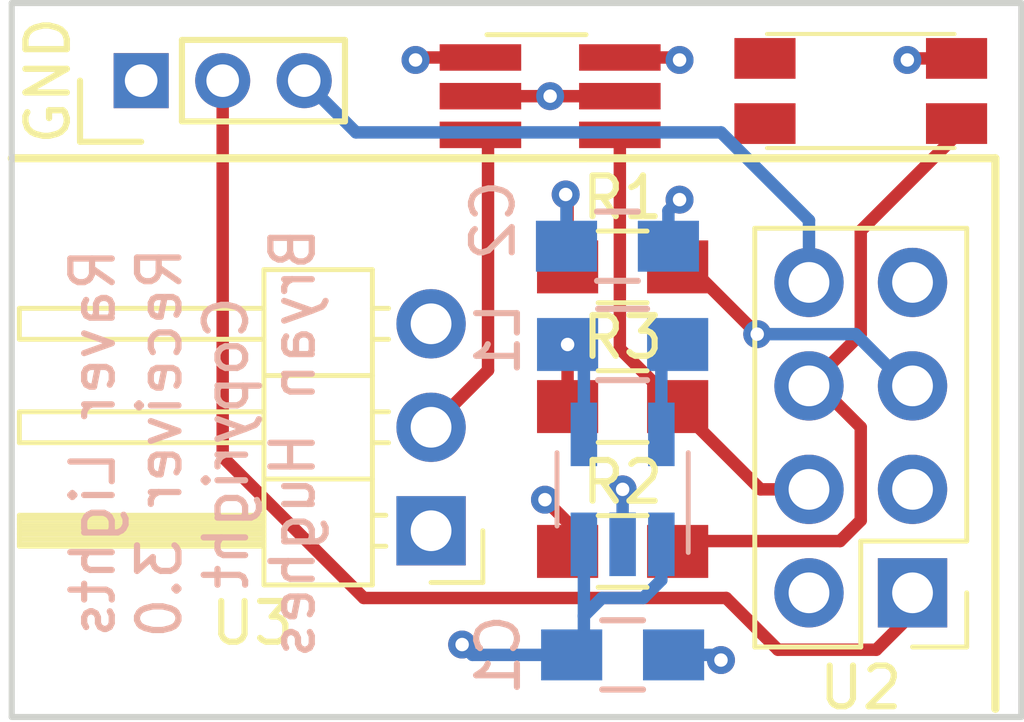
<source format=kicad_pcb>
(kicad_pcb (version 4) (host pcbnew 4.0.7)

  (general
    (links 29)
    (no_connects 0)
    (area 124.8026 116.600409 152.475001 155.015001)
    (thickness 1.6)
    (drawings 8)
    (tracks 78)
    (zones 0)
    (modules 12)
    (nets 11)
  )

  (page A4)
  (layers
    (0 F.Cu signal)
    (1 Ground.Plane power hide)
    (2 Power.Plane power hide)
    (31 B.Cu signal)
    (32 B.Adhes user)
    (33 F.Adhes user)
    (34 B.Paste user)
    (35 F.Paste user)
    (36 B.SilkS user)
    (37 F.SilkS user)
    (38 B.Mask user)
    (39 F.Mask user)
    (40 Dwgs.User user)
    (41 Cmts.User user)
    (42 Eco1.User user)
    (43 Eco2.User user)
    (44 Edge.Cuts user)
    (45 Margin user)
    (46 B.CrtYd user)
    (47 F.CrtYd user)
    (48 B.Fab user)
    (49 F.Fab user hide)
  )

  (setup
    (last_trace_width 0.3048)
    (user_trace_width 0.1524)
    (user_trace_width 0.3048)
    (user_trace_width 0.6096)
    (user_trace_width 1.2192)
    (trace_clearance 0.1524)
    (zone_clearance 0.508)
    (zone_45_only no)
    (trace_min 0.1524)
    (segment_width 0.2)
    (edge_width 0.15)
    (via_size 0.6858)
    (via_drill 0.3302)
    (via_min_size 0.6858)
    (via_min_drill 0.3302)
    (user_via 0.889 0.381)
    (user_via 1.524 0.762)
    (uvia_size 0.762)
    (uvia_drill 0.508)
    (uvias_allowed no)
    (uvia_min_size 0)
    (uvia_min_drill 0)
    (pcb_text_width 0.3)
    (pcb_text_size 1.016 1.016)
    (mod_edge_width 0.15)
    (mod_text_size 1 1)
    (mod_text_width 0.15)
    (pad_size 1.524 1.524)
    (pad_drill 0.762)
    (pad_to_mask_clearance 0.2)
    (aux_axis_origin 0 0)
    (visible_elements FFFFFF7F)
    (pcbplotparams
      (layerselection 0x000f0_80000001)
      (usegerberextensions false)
      (excludeedgelayer true)
      (linewidth 0.100000)
      (plotframeref false)
      (viasonmask false)
      (mode 1)
      (useauxorigin false)
      (hpglpennumber 1)
      (hpglpenspeed 20)
      (hpglpendiameter 15)
      (hpglpenoverlay 2)
      (psnegative false)
      (psa4output false)
      (plotreference true)
      (plotvalue true)
      (plotinvisibletext false)
      (padsonsilk false)
      (subtractmaskfromsilk false)
      (outputformat 1)
      (mirror false)
      (drillshape 0)
      (scaleselection 1)
      (outputdirectory ""))
  )

  (net 0 "")
  (net 1 "Net-(L1-Pad1)")
  (net 2 +5V)
  (net 3 GND)
  (net 4 VCC)
  (net 5 "Net-(P4-Pad2)")
  (net 6 "Net-(P4-Pad3)")
  (net 7 "Net-(R1-Pad2)")
  (net 8 "Net-(R2-Pad2)")
  (net 9 "Net-(R3-Pad2)")
  (net 10 "Net-(U3-Pad2)")

  (net_class Default "This is the default net class."
    (clearance 0.1524)
    (trace_width 0.1524)
    (via_dia 0.6858)
    (via_drill 0.3302)
    (uvia_dia 0.762)
    (uvia_drill 0.508)
    (add_net +5V)
    (add_net GND)
    (add_net "Net-(L1-Pad1)")
    (add_net "Net-(P4-Pad2)")
    (add_net "Net-(P4-Pad3)")
    (add_net "Net-(R1-Pad2)")
    (add_net "Net-(R2-Pad2)")
    (add_net "Net-(R3-Pad2)")
    (add_net "Net-(U3-Pad2)")
    (add_net VCC)
  )

  (module Capacitors_SMD:C_0805_HandSoldering (layer B.Cu) (tedit 5AF7DF4F) (tstamp 584F7551)
    (at 142.621 146.177)
    (descr "Capacitor SMD 0805, hand soldering")
    (tags "capacitor 0805")
    (path /57A0E3BE)
    (attr smd)
    (fp_text reference C1 (at -3.048 0 90) (layer B.SilkS)
      (effects (font (size 1 1) (thickness 0.15)) (justify mirror))
    )
    (fp_text value 4.7uF (at -8.255 -0.635) (layer B.Fab) hide
      (effects (font (size 1 1) (thickness 0.15)) (justify mirror))
    )
    (fp_line (start -1 -0.625) (end -1 0.625) (layer B.Fab) (width 0.15))
    (fp_line (start 1 -0.625) (end -1 -0.625) (layer B.Fab) (width 0.15))
    (fp_line (start 1 0.625) (end 1 -0.625) (layer B.Fab) (width 0.15))
    (fp_line (start -1 0.625) (end 1 0.625) (layer B.Fab) (width 0.15))
    (fp_line (start -2.3 1) (end 2.3 1) (layer B.CrtYd) (width 0.05))
    (fp_line (start -2.3 -1) (end 2.3 -1) (layer B.CrtYd) (width 0.05))
    (fp_line (start -2.3 1) (end -2.3 -1) (layer B.CrtYd) (width 0.05))
    (fp_line (start 2.3 1) (end 2.3 -1) (layer B.CrtYd) (width 0.05))
    (fp_line (start 0.5 0.85) (end -0.5 0.85) (layer B.SilkS) (width 0.15))
    (fp_line (start -0.5 -0.85) (end 0.5 -0.85) (layer B.SilkS) (width 0.15))
    (pad 1 smd rect (at -1.25 0) (size 1.5 1.25) (layers B.Cu B.Paste B.Mask)
      (net 2 +5V))
    (pad 2 smd rect (at 1.25 0) (size 1.5 1.25) (layers B.Cu B.Paste B.Mask)
      (net 3 GND))
    (model Capacitors_SMD.3dshapes/C_0805_HandSoldering.wrl
      (at (xyz 0 0 0))
      (scale (xyz 1 1 1))
      (rotate (xyz 0 0 0))
    )
  )

  (module Capacitors_SMD:C_0805_HandSoldering (layer B.Cu) (tedit 5AF7DF59) (tstamp 584F7561)
    (at 142.494 136.144)
    (descr "Capacitor SMD 0805, hand soldering")
    (tags "capacitor 0805")
    (path /57A0E396)
    (attr smd)
    (fp_text reference C2 (at -3.048 -0.635 90) (layer B.SilkS)
      (effects (font (size 1 1) (thickness 0.15)) (justify mirror))
    )
    (fp_text value 10uF (at -1.27 -4.445) (layer B.Fab) hide
      (effects (font (size 1 1) (thickness 0.15)) (justify mirror))
    )
    (fp_line (start -1 -0.625) (end -1 0.625) (layer B.Fab) (width 0.15))
    (fp_line (start 1 -0.625) (end -1 -0.625) (layer B.Fab) (width 0.15))
    (fp_line (start 1 0.625) (end 1 -0.625) (layer B.Fab) (width 0.15))
    (fp_line (start -1 0.625) (end 1 0.625) (layer B.Fab) (width 0.15))
    (fp_line (start -2.3 1) (end 2.3 1) (layer B.CrtYd) (width 0.05))
    (fp_line (start -2.3 -1) (end 2.3 -1) (layer B.CrtYd) (width 0.05))
    (fp_line (start -2.3 1) (end -2.3 -1) (layer B.CrtYd) (width 0.05))
    (fp_line (start 2.3 1) (end 2.3 -1) (layer B.CrtYd) (width 0.05))
    (fp_line (start 0.5 0.85) (end -0.5 0.85) (layer B.SilkS) (width 0.15))
    (fp_line (start -0.5 -0.85) (end 0.5 -0.85) (layer B.SilkS) (width 0.15))
    (pad 1 smd rect (at -1.25 0) (size 1.5 1.25) (layers B.Cu B.Paste B.Mask)
      (net 4 VCC))
    (pad 2 smd rect (at 1.25 0) (size 1.5 1.25) (layers B.Cu B.Paste B.Mask)
      (net 3 GND))
    (model Capacitors_SMD.3dshapes/C_0805_HandSoldering.wrl
      (at (xyz 0 0 0))
      (scale (xyz 1 1 1))
      (rotate (xyz 0 0 0))
    )
  )

  (module Resistors_SMD:R_0805_HandSoldering (layer B.Cu) (tedit 5AF7DF5C) (tstamp 584F7571)
    (at 142.621 138.557 180)
    (descr "Resistor SMD 0805, hand soldering")
    (tags "resistor 0805")
    (path /57A0E1B1)
    (attr smd)
    (fp_text reference L1 (at 3.048 0.127 270) (layer B.SilkS)
      (effects (font (size 1 1) (thickness 0.15)) (justify mirror))
    )
    (fp_text value 2.2uH (at 7.62 0.635 180) (layer B.Fab) hide
      (effects (font (size 1 1) (thickness 0.15)) (justify mirror))
    )
    (fp_line (start -1 -0.625) (end -1 0.625) (layer B.Fab) (width 0.1))
    (fp_line (start 1 -0.625) (end -1 -0.625) (layer B.Fab) (width 0.1))
    (fp_line (start 1 0.625) (end 1 -0.625) (layer B.Fab) (width 0.1))
    (fp_line (start -1 0.625) (end 1 0.625) (layer B.Fab) (width 0.1))
    (fp_line (start -2.4 1) (end 2.4 1) (layer B.CrtYd) (width 0.05))
    (fp_line (start -2.4 -1) (end 2.4 -1) (layer B.CrtYd) (width 0.05))
    (fp_line (start -2.4 1) (end -2.4 -1) (layer B.CrtYd) (width 0.05))
    (fp_line (start 2.4 1) (end 2.4 -1) (layer B.CrtYd) (width 0.05))
    (fp_line (start 0.6 -0.875) (end -0.6 -0.875) (layer B.SilkS) (width 0.15))
    (fp_line (start -0.6 0.875) (end 0.6 0.875) (layer B.SilkS) (width 0.15))
    (pad 1 smd rect (at -1.35 0 180) (size 1.5 1.3) (layers B.Cu B.Paste B.Mask)
      (net 1 "Net-(L1-Pad1)"))
    (pad 2 smd rect (at 1.35 0 180) (size 1.5 1.3) (layers B.Cu B.Paste B.Mask)
      (net 4 VCC))
    (model Resistors_SMD.3dshapes/R_0805_HandSoldering.wrl
      (at (xyz 0 0 0))
      (scale (xyz 1 1 1))
      (rotate (xyz 0 0 0))
    )
  )

  (module Pin_Headers:Pin_Header_Straight_1x03_Pitch2.00mm (layer F.Cu) (tedit 58535BB3) (tstamp 58505AD4)
    (at 130.81 132.08 90)
    (descr "Through hole pin header, 1x03, 2.00mm pitch, single row")
    (tags "pin header single row")
    (path /584F7038)
    (fp_text reference P4 (at 14.351 -5.08 90) (layer F.SilkS) hide
      (effects (font (size 1 1) (thickness 0.15)))
    )
    (fp_text value SERIAL (at -10.16 -4.445 90) (layer F.Fab) hide
      (effects (font (size 1 1) (thickness 0.15)))
    )
    (fp_line (start -1 1) (end 1 1) (layer F.SilkS) (width 0.15))
    (fp_line (start 1 1) (end 1 5) (layer F.SilkS) (width 0.15))
    (fp_line (start 1 5) (end -1 5) (layer F.SilkS) (width 0.15))
    (fp_line (start -1 5) (end -1 1) (layer F.SilkS) (width 0.15))
    (fp_line (start -1.6 -1.6) (end 1.6 -1.6) (layer F.CrtYd) (width 0.05))
    (fp_line (start 1.6 -1.6) (end 1.6 5.6) (layer F.CrtYd) (width 0.05))
    (fp_line (start 1.6 5.6) (end -1.6 5.6) (layer F.CrtYd) (width 0.05))
    (fp_line (start -1.6 5.6) (end -1.6 -1.6) (layer F.CrtYd) (width 0.05))
    (fp_line (start -1.5 0) (end -1.5 -1.5) (layer F.SilkS) (width 0.15))
    (fp_line (start -1.5 -1.5) (end 0 -1.5) (layer F.SilkS) (width 0.15))
    (pad 1 thru_hole rect (at 0 0 90) (size 1.35 1.35) (drill 0.8) (layers *.Cu *.Mask)
      (net 3 GND))
    (pad 2 thru_hole circle (at 0 2 90) (size 1.35 1.35) (drill 0.8) (layers *.Cu *.Mask)
      (net 5 "Net-(P4-Pad2)"))
    (pad 3 thru_hole circle (at 0 4 90) (size 1.35 1.35) (drill 0.8) (layers *.Cu *.Mask)
      (net 6 "Net-(P4-Pad3)"))
    (model Pin_Headers.3dshapes/Pin_Header_Straight_1x03_Pitch2.00mm.wrl
      (at (xyz 0 0 0))
      (scale (xyz 1 1 1))
      (rotate (xyz 0 0 0))
    )
  )

  (module Resistors_SMD:R_0805_HandSoldering (layer F.Cu) (tedit 5AF7DE59) (tstamp 5AF73F3F)
    (at 142.621 136.652)
    (descr "Resistor SMD 0805, hand soldering")
    (tags "resistor 0805")
    (path /5AF750F4)
    (attr smd)
    (fp_text reference R1 (at 0 -1.7) (layer F.SilkS)
      (effects (font (size 1 1) (thickness 0.15)))
    )
    (fp_text value 10k (at 0 1.75) (layer F.Fab) hide
      (effects (font (size 1 1) (thickness 0.15)))
    )
    (fp_text user %R (at 0 0) (layer F.Fab)
      (effects (font (size 0.5 0.5) (thickness 0.075)))
    )
    (fp_line (start -1 0.62) (end -1 -0.62) (layer F.Fab) (width 0.1))
    (fp_line (start 1 0.62) (end -1 0.62) (layer F.Fab) (width 0.1))
    (fp_line (start 1 -0.62) (end 1 0.62) (layer F.Fab) (width 0.1))
    (fp_line (start -1 -0.62) (end 1 -0.62) (layer F.Fab) (width 0.1))
    (fp_line (start 0.6 0.88) (end -0.6 0.88) (layer F.SilkS) (width 0.12))
    (fp_line (start -0.6 -0.88) (end 0.6 -0.88) (layer F.SilkS) (width 0.12))
    (fp_line (start -2.35 -0.9) (end 2.35 -0.9) (layer F.CrtYd) (width 0.05))
    (fp_line (start -2.35 -0.9) (end -2.35 0.9) (layer F.CrtYd) (width 0.05))
    (fp_line (start 2.35 0.9) (end 2.35 -0.9) (layer F.CrtYd) (width 0.05))
    (fp_line (start 2.35 0.9) (end -2.35 0.9) (layer F.CrtYd) (width 0.05))
    (pad 1 smd rect (at -1.35 0) (size 1.5 1.3) (layers F.Cu F.Paste F.Mask)
      (net 4 VCC))
    (pad 2 smd rect (at 1.35 0) (size 1.5 1.3) (layers F.Cu F.Paste F.Mask)
      (net 7 "Net-(R1-Pad2)"))
    (model ${KISYS3DMOD}/Resistors_SMD.3dshapes/R_0805.wrl
      (at (xyz 0 0 0))
      (scale (xyz 1 1 1))
      (rotate (xyz 0 0 0))
    )
  )

  (module Resistors_SMD:R_0805_HandSoldering (layer F.Cu) (tedit 5AF7DE65) (tstamp 5AF73F50)
    (at 142.621 143.637)
    (descr "Resistor SMD 0805, hand soldering")
    (tags "resistor 0805")
    (path /5AF74B18)
    (attr smd)
    (fp_text reference R2 (at 0 -1.7) (layer F.SilkS)
      (effects (font (size 1 1) (thickness 0.15)))
    )
    (fp_text value 1k (at 0 1.75) (layer F.Fab) hide
      (effects (font (size 1 1) (thickness 0.15)))
    )
    (fp_text user %R (at 0 0) (layer F.Fab)
      (effects (font (size 0.5 0.5) (thickness 0.075)))
    )
    (fp_line (start -1 0.62) (end -1 -0.62) (layer F.Fab) (width 0.1))
    (fp_line (start 1 0.62) (end -1 0.62) (layer F.Fab) (width 0.1))
    (fp_line (start 1 -0.62) (end 1 0.62) (layer F.Fab) (width 0.1))
    (fp_line (start -1 -0.62) (end 1 -0.62) (layer F.Fab) (width 0.1))
    (fp_line (start 0.6 0.88) (end -0.6 0.88) (layer F.SilkS) (width 0.12))
    (fp_line (start -0.6 -0.88) (end 0.6 -0.88) (layer F.SilkS) (width 0.12))
    (fp_line (start -2.35 -0.9) (end 2.35 -0.9) (layer F.CrtYd) (width 0.05))
    (fp_line (start -2.35 -0.9) (end -2.35 0.9) (layer F.CrtYd) (width 0.05))
    (fp_line (start 2.35 0.9) (end 2.35 -0.9) (layer F.CrtYd) (width 0.05))
    (fp_line (start 2.35 0.9) (end -2.35 0.9) (layer F.CrtYd) (width 0.05))
    (pad 1 smd rect (at -1.35 0) (size 1.5 1.3) (layers F.Cu F.Paste F.Mask)
      (net 4 VCC))
    (pad 2 smd rect (at 1.35 0) (size 1.5 1.3) (layers F.Cu F.Paste F.Mask)
      (net 8 "Net-(R2-Pad2)"))
    (model ${KISYS3DMOD}/Resistors_SMD.3dshapes/R_0805.wrl
      (at (xyz 0 0 0))
      (scale (xyz 1 1 1))
      (rotate (xyz 0 0 0))
    )
  )

  (module Resistors_SMD:R_0805_HandSoldering (layer F.Cu) (tedit 5AF7DE60) (tstamp 5AF73F61)
    (at 142.621 140.081)
    (descr "Resistor SMD 0805, hand soldering")
    (tags "resistor 0805")
    (path /5AF74F31)
    (attr smd)
    (fp_text reference R3 (at 0 -1.7) (layer F.SilkS)
      (effects (font (size 1 1) (thickness 0.15)))
    )
    (fp_text value 10k (at 0 1.75) (layer F.Fab) hide
      (effects (font (size 1 1) (thickness 0.15)))
    )
    (fp_text user %R (at 0 0) (layer F.Fab)
      (effects (font (size 0.5 0.5) (thickness 0.075)))
    )
    (fp_line (start -1 0.62) (end -1 -0.62) (layer F.Fab) (width 0.1))
    (fp_line (start 1 0.62) (end -1 0.62) (layer F.Fab) (width 0.1))
    (fp_line (start 1 -0.62) (end 1 0.62) (layer F.Fab) (width 0.1))
    (fp_line (start -1 -0.62) (end 1 -0.62) (layer F.Fab) (width 0.1))
    (fp_line (start 0.6 0.88) (end -0.6 0.88) (layer F.SilkS) (width 0.12))
    (fp_line (start -0.6 -0.88) (end 0.6 -0.88) (layer F.SilkS) (width 0.12))
    (fp_line (start -2.35 -0.9) (end 2.35 -0.9) (layer F.CrtYd) (width 0.05))
    (fp_line (start -2.35 -0.9) (end -2.35 0.9) (layer F.CrtYd) (width 0.05))
    (fp_line (start 2.35 0.9) (end 2.35 -0.9) (layer F.CrtYd) (width 0.05))
    (fp_line (start 2.35 0.9) (end -2.35 0.9) (layer F.CrtYd) (width 0.05))
    (pad 1 smd rect (at -1.35 0) (size 1.5 1.3) (layers F.Cu F.Paste F.Mask)
      (net 4 VCC))
    (pad 2 smd rect (at 1.35 0) (size 1.5 1.3) (layers F.Cu F.Paste F.Mask)
      (net 9 "Net-(R3-Pad2)"))
    (model ${KISYS3DMOD}/Resistors_SMD.3dshapes/R_0805.wrl
      (at (xyz 0 0 0))
      (scale (xyz 1 1 1))
      (rotate (xyz 0 0 0))
    )
  )

  (module Pin_Headers:Pin_Header_Straight_2x04_Pitch2.54mm (layer F.Cu) (tedit 5AF7DE99) (tstamp 5AF73F7F)
    (at 149.733 144.653 180)
    (descr "Through hole straight pin header, 2x04, 2.54mm pitch, double rows")
    (tags "Through hole pin header THT 2x04 2.54mm double row")
    (path /5AB148BB)
    (fp_text reference U2 (at 1.27 -2.33 180) (layer F.SilkS)
      (effects (font (size 1 1) (thickness 0.15)))
    )
    (fp_text value ESP-01 (at 1.27 9.95 180) (layer F.Fab) hide
      (effects (font (size 1 1) (thickness 0.15)))
    )
    (fp_line (start 0 -1.27) (end 3.81 -1.27) (layer F.Fab) (width 0.1))
    (fp_line (start 3.81 -1.27) (end 3.81 8.89) (layer F.Fab) (width 0.1))
    (fp_line (start 3.81 8.89) (end -1.27 8.89) (layer F.Fab) (width 0.1))
    (fp_line (start -1.27 8.89) (end -1.27 0) (layer F.Fab) (width 0.1))
    (fp_line (start -1.27 0) (end 0 -1.27) (layer F.Fab) (width 0.1))
    (fp_line (start -1.33 8.95) (end 3.87 8.95) (layer F.SilkS) (width 0.12))
    (fp_line (start -1.33 1.27) (end -1.33 8.95) (layer F.SilkS) (width 0.12))
    (fp_line (start 3.87 -1.33) (end 3.87 8.95) (layer F.SilkS) (width 0.12))
    (fp_line (start -1.33 1.27) (end 1.27 1.27) (layer F.SilkS) (width 0.12))
    (fp_line (start 1.27 1.27) (end 1.27 -1.33) (layer F.SilkS) (width 0.12))
    (fp_line (start 1.27 -1.33) (end 3.87 -1.33) (layer F.SilkS) (width 0.12))
    (fp_line (start -1.33 0) (end -1.33 -1.33) (layer F.SilkS) (width 0.12))
    (fp_line (start -1.33 -1.33) (end 0 -1.33) (layer F.SilkS) (width 0.12))
    (fp_line (start -1.8 -1.8) (end -1.8 9.4) (layer F.CrtYd) (width 0.05))
    (fp_line (start -1.8 9.4) (end 4.35 9.4) (layer F.CrtYd) (width 0.05))
    (fp_line (start 4.35 9.4) (end 4.35 -1.8) (layer F.CrtYd) (width 0.05))
    (fp_line (start 4.35 -1.8) (end -1.8 -1.8) (layer F.CrtYd) (width 0.05))
    (fp_text user %R (at 1.27 3.81 270) (layer F.Fab) hide
      (effects (font (size 1 1) (thickness 0.15)))
    )
    (pad 1 thru_hole rect (at 0 0 180) (size 1.7 1.7) (drill 1) (layers *.Cu *.Mask)
      (net 5 "Net-(P4-Pad2)"))
    (pad 2 thru_hole oval (at 2.54 0 180) (size 1.7 1.7) (drill 1) (layers *.Cu *.Mask)
      (net 3 GND))
    (pad 3 thru_hole oval (at 0 2.54 180) (size 1.7 1.7) (drill 1) (layers *.Cu *.Mask)
      (net 4 VCC))
    (pad 4 thru_hole oval (at 2.54 2.54 180) (size 1.7 1.7) (drill 1) (layers *.Cu *.Mask)
      (net 9 "Net-(R3-Pad2)"))
    (pad 5 thru_hole oval (at 0 5.08 180) (size 1.7 1.7) (drill 1) (layers *.Cu *.Mask)
      (net 7 "Net-(R1-Pad2)"))
    (pad 6 thru_hole oval (at 2.54 5.08 180) (size 1.7 1.7) (drill 1) (layers *.Cu *.Mask)
      (net 8 "Net-(R2-Pad2)"))
    (pad 7 thru_hole oval (at 0 7.62 180) (size 1.7 1.7) (drill 1) (layers *.Cu *.Mask)
      (net 4 VCC))
    (pad 8 thru_hole oval (at 2.54 7.62 180) (size 1.7 1.7) (drill 1) (layers *.Cu *.Mask)
      (net 6 "Net-(P4-Pad3)"))
    (model ${KISYS3DMOD}/Pin_Headers.3dshapes/Pin_Header_Straight_2x04_Pitch2.54mm.wrl
      (at (xyz 0 0 0))
      (scale (xyz 1 1 1))
      (rotate (xyz 0 0 0))
    )
  )

  (module Pin_Headers:Pin_Header_Angled_1x03_Pitch2.54mm (layer F.Cu) (tedit 5AF7DEA7) (tstamp 5AF73FBF)
    (at 137.922 143.129 180)
    (descr "Through hole angled pin header, 1x03, 2.54mm pitch, 6mm pin length, single row")
    (tags "Through hole angled pin header THT 1x03 2.54mm single row")
    (path /5AF73B94)
    (fp_text reference U3 (at 4.385 -2.27 180) (layer F.SilkS)
      (effects (font (size 1 1) (thickness 0.15)))
    )
    (fp_text value NeoPixel (at 4.385 7.35 180) (layer F.Fab) hide
      (effects (font (size 1 1) (thickness 0.15)))
    )
    (fp_line (start 2.135 -1.27) (end 4.04 -1.27) (layer F.Fab) (width 0.1))
    (fp_line (start 4.04 -1.27) (end 4.04 6.35) (layer F.Fab) (width 0.1))
    (fp_line (start 4.04 6.35) (end 1.5 6.35) (layer F.Fab) (width 0.1))
    (fp_line (start 1.5 6.35) (end 1.5 -0.635) (layer F.Fab) (width 0.1))
    (fp_line (start 1.5 -0.635) (end 2.135 -1.27) (layer F.Fab) (width 0.1))
    (fp_line (start -0.32 -0.32) (end 1.5 -0.32) (layer F.Fab) (width 0.1))
    (fp_line (start -0.32 -0.32) (end -0.32 0.32) (layer F.Fab) (width 0.1))
    (fp_line (start -0.32 0.32) (end 1.5 0.32) (layer F.Fab) (width 0.1))
    (fp_line (start 4.04 -0.32) (end 10.04 -0.32) (layer F.Fab) (width 0.1))
    (fp_line (start 10.04 -0.32) (end 10.04 0.32) (layer F.Fab) (width 0.1))
    (fp_line (start 4.04 0.32) (end 10.04 0.32) (layer F.Fab) (width 0.1))
    (fp_line (start -0.32 2.22) (end 1.5 2.22) (layer F.Fab) (width 0.1))
    (fp_line (start -0.32 2.22) (end -0.32 2.86) (layer F.Fab) (width 0.1))
    (fp_line (start -0.32 2.86) (end 1.5 2.86) (layer F.Fab) (width 0.1))
    (fp_line (start 4.04 2.22) (end 10.04 2.22) (layer F.Fab) (width 0.1))
    (fp_line (start 10.04 2.22) (end 10.04 2.86) (layer F.Fab) (width 0.1))
    (fp_line (start 4.04 2.86) (end 10.04 2.86) (layer F.Fab) (width 0.1))
    (fp_line (start -0.32 4.76) (end 1.5 4.76) (layer F.Fab) (width 0.1))
    (fp_line (start -0.32 4.76) (end -0.32 5.4) (layer F.Fab) (width 0.1))
    (fp_line (start -0.32 5.4) (end 1.5 5.4) (layer F.Fab) (width 0.1))
    (fp_line (start 4.04 4.76) (end 10.04 4.76) (layer F.Fab) (width 0.1))
    (fp_line (start 10.04 4.76) (end 10.04 5.4) (layer F.Fab) (width 0.1))
    (fp_line (start 4.04 5.4) (end 10.04 5.4) (layer F.Fab) (width 0.1))
    (fp_line (start 1.44 -1.33) (end 1.44 6.41) (layer F.SilkS) (width 0.12))
    (fp_line (start 1.44 6.41) (end 4.1 6.41) (layer F.SilkS) (width 0.12))
    (fp_line (start 4.1 6.41) (end 4.1 -1.33) (layer F.SilkS) (width 0.12))
    (fp_line (start 4.1 -1.33) (end 1.44 -1.33) (layer F.SilkS) (width 0.12))
    (fp_line (start 4.1 -0.38) (end 10.1 -0.38) (layer F.SilkS) (width 0.12))
    (fp_line (start 10.1 -0.38) (end 10.1 0.38) (layer F.SilkS) (width 0.12))
    (fp_line (start 10.1 0.38) (end 4.1 0.38) (layer F.SilkS) (width 0.12))
    (fp_line (start 4.1 -0.32) (end 10.1 -0.32) (layer F.SilkS) (width 0.12))
    (fp_line (start 4.1 -0.2) (end 10.1 -0.2) (layer F.SilkS) (width 0.12))
    (fp_line (start 4.1 -0.08) (end 10.1 -0.08) (layer F.SilkS) (width 0.12))
    (fp_line (start 4.1 0.04) (end 10.1 0.04) (layer F.SilkS) (width 0.12))
    (fp_line (start 4.1 0.16) (end 10.1 0.16) (layer F.SilkS) (width 0.12))
    (fp_line (start 4.1 0.28) (end 10.1 0.28) (layer F.SilkS) (width 0.12))
    (fp_line (start 1.11 -0.38) (end 1.44 -0.38) (layer F.SilkS) (width 0.12))
    (fp_line (start 1.11 0.38) (end 1.44 0.38) (layer F.SilkS) (width 0.12))
    (fp_line (start 1.44 1.27) (end 4.1 1.27) (layer F.SilkS) (width 0.12))
    (fp_line (start 4.1 2.16) (end 10.1 2.16) (layer F.SilkS) (width 0.12))
    (fp_line (start 10.1 2.16) (end 10.1 2.92) (layer F.SilkS) (width 0.12))
    (fp_line (start 10.1 2.92) (end 4.1 2.92) (layer F.SilkS) (width 0.12))
    (fp_line (start 1.042929 2.16) (end 1.44 2.16) (layer F.SilkS) (width 0.12))
    (fp_line (start 1.042929 2.92) (end 1.44 2.92) (layer F.SilkS) (width 0.12))
    (fp_line (start 1.44 3.81) (end 4.1 3.81) (layer F.SilkS) (width 0.12))
    (fp_line (start 4.1 4.7) (end 10.1 4.7) (layer F.SilkS) (width 0.12))
    (fp_line (start 10.1 4.7) (end 10.1 5.46) (layer F.SilkS) (width 0.12))
    (fp_line (start 10.1 5.46) (end 4.1 5.46) (layer F.SilkS) (width 0.12))
    (fp_line (start 1.042929 4.7) (end 1.44 4.7) (layer F.SilkS) (width 0.12))
    (fp_line (start 1.042929 5.46) (end 1.44 5.46) (layer F.SilkS) (width 0.12))
    (fp_line (start -1.27 0) (end -1.27 -1.27) (layer F.SilkS) (width 0.12))
    (fp_line (start -1.27 -1.27) (end 0 -1.27) (layer F.SilkS) (width 0.12))
    (fp_line (start -1.8 -1.8) (end -1.8 6.85) (layer F.CrtYd) (width 0.05))
    (fp_line (start -1.8 6.85) (end 10.55 6.85) (layer F.CrtYd) (width 0.05))
    (fp_line (start 10.55 6.85) (end 10.55 -1.8) (layer F.CrtYd) (width 0.05))
    (fp_line (start 10.55 -1.8) (end -1.8 -1.8) (layer F.CrtYd) (width 0.05))
    (fp_text user %R (at 2.77 2.54 270) (layer F.Fab) hide
      (effects (font (size 1 1) (thickness 0.15)))
    )
    (pad 1 thru_hole rect (at 0 0 180) (size 1.7 1.7) (drill 1) (layers *.Cu *.Mask)
      (net 3 GND))
    (pad 2 thru_hole oval (at 0 2.54 180) (size 1.7 1.7) (drill 1) (layers *.Cu *.Mask)
      (net 10 "Net-(U3-Pad2)"))
    (pad 3 thru_hole oval (at 0 5.08 180) (size 1.7 1.7) (drill 1) (layers *.Cu *.Mask)
      (net 2 +5V))
    (model ${KISYS3DMOD}/Pin_Headers.3dshapes/Pin_Header_Angled_1x03_Pitch2.54mm.wrl
      (at (xyz 0 0 0))
      (scale (xyz 1 1 1))
      (rotate (xyz 0 0 0))
    )
  )

  (module TO_SOT_Packages_SMD:TSOT-23-6_HandSoldering (layer F.Cu) (tedit 5AF7DE7C) (tstamp 5AF73FD5)
    (at 140.843 132.461)
    (descr "6-pin TSOT23 package, http://cds.linear.com/docs/en/packaging/SOT_6_05-08-1636.pdf")
    (tags "TSOT-23-6 MK06A TSOT-6 Hand-soldering")
    (path /5AF73B4F)
    (attr smd)
    (fp_text reference U4 (at 0 -2.45) (layer F.SilkS) hide
      (effects (font (size 1 1) (thickness 0.15)))
    )
    (fp_text value SN74LVC1T45 (at 0 2.5) (layer F.Fab) hide
      (effects (font (size 1 1) (thickness 0.15)))
    )
    (fp_text user %R (at 0 0 90) (layer F.Fab)
      (effects (font (size 0.5 0.5) (thickness 0.075)))
    )
    (fp_line (start -0.88 1.56) (end 0.88 1.56) (layer F.SilkS) (width 0.12))
    (fp_line (start 0.88 -1.51) (end -1.55 -1.51) (layer F.SilkS) (width 0.12))
    (fp_line (start -0.88 -1) (end -0.43 -1.45) (layer F.Fab) (width 0.1))
    (fp_line (start 0.88 -1.45) (end -0.43 -1.45) (layer F.Fab) (width 0.1))
    (fp_line (start -0.88 -1) (end -0.88 1.45) (layer F.Fab) (width 0.1))
    (fp_line (start 0.88 1.45) (end -0.88 1.45) (layer F.Fab) (width 0.1))
    (fp_line (start 0.88 -1.45) (end 0.88 1.45) (layer F.Fab) (width 0.1))
    (fp_line (start -2.96 -1.7) (end 2.96 -1.7) (layer F.CrtYd) (width 0.05))
    (fp_line (start -2.96 -1.7) (end -2.96 1.7) (layer F.CrtYd) (width 0.05))
    (fp_line (start 2.96 1.7) (end 2.96 -1.7) (layer F.CrtYd) (width 0.05))
    (fp_line (start 2.96 1.7) (end -2.96 1.7) (layer F.CrtYd) (width 0.05))
    (pad 1 smd rect (at -1.71 -0.95) (size 2 0.65) (layers F.Cu F.Paste F.Mask)
      (net 2 +5V))
    (pad 2 smd rect (at -1.71 0) (size 2 0.65) (layers F.Cu F.Paste F.Mask)
      (net 3 GND))
    (pad 3 smd rect (at -1.71 0.95) (size 2 0.65) (layers F.Cu F.Paste F.Mask)
      (net 10 "Net-(U3-Pad2)"))
    (pad 4 smd rect (at 1.71 0.95) (size 2 0.65) (layers F.Cu F.Paste F.Mask)
      (net 9 "Net-(R3-Pad2)"))
    (pad 5 smd rect (at 1.71 0) (size 2 0.65) (layers F.Cu F.Paste F.Mask)
      (net 3 GND))
    (pad 6 smd rect (at 1.71 -0.95) (size 2 0.65) (layers F.Cu F.Paste F.Mask)
      (net 4 VCC))
    (model ${KISYS3DMOD}/TO_SOT_Packages_SMD.3dshapes/TSOT-23-6.wrl
      (at (xyz 0 0 0))
      (scale (xyz 1 1 1))
      (rotate (xyz 0 0 0))
    )
  )

  (module nebrius-switch:KMR641NG (layer F.Cu) (tedit 5AF7DECC) (tstamp 5AF7409C)
    (at 148.463 132.334 180)
    (path /5AF74A6E)
    (fp_text reference SW1 (at 0 4 180) (layer F.SilkS) hide
      (effects (font (size 1 1) (thickness 0.15)))
    )
    (fp_text value SW_DPST (at 0 -4.75 180) (layer F.Fab) hide
      (effects (font (size 1 1) (thickness 0.15)))
    )
    (fp_line (start -2.3 1.4) (end 2.3 1.4) (layer F.SilkS) (width 0.1))
    (fp_line (start -2.3 -1.4) (end 2.3 -1.4) (layer F.SilkS) (width 0.1))
    (pad 1 smd rect (at -2.35 -0.8 180) (size 1.5 1) (layers F.Cu F.Paste F.Mask)
      (net 8 "Net-(R2-Pad2)"))
    (pad 2 smd rect (at -2.35 0.8 180) (size 1.5 1) (layers F.Cu F.Paste F.Mask)
      (net 3 GND))
    (pad 3 smd rect (at 2.35 -0.8 180) (size 1.5 1) (layers F.Cu F.Paste F.Mask))
    (pad 4 smd rect (at 2.35 0.8 180) (size 1.5 1) (layers F.Cu F.Paste F.Mask))
  )

  (module TO_SOT_Packages_SMD:SOT-23-5_HandSoldering (layer B.Cu) (tedit 5AF7EBF4) (tstamp 5AF740A5)
    (at 142.621 142.113 90)
    (descr "5-pin SOT23 package")
    (tags "SOT-23-5 hand-soldering")
    (path /5AB1453B)
    (attr smd)
    (fp_text reference U1 (at 0 2.9 90) (layer B.SilkS) hide
      (effects (font (size 1 1) (thickness 0.15)) (justify mirror))
    )
    (fp_text value LM3671 (at 0 -2.9 90) (layer B.Fab) hide
      (effects (font (size 1 1) (thickness 0.15)) (justify mirror))
    )
    (fp_text user %R (at 0 0 360) (layer B.Fab)
      (effects (font (size 0.5 0.5) (thickness 0.075)) (justify mirror))
    )
    (fp_line (start -0.9 -1.61) (end 0.9 -1.61) (layer B.SilkS) (width 0.12))
    (fp_line (start 0.9 1.61) (end -1.55 1.61) (layer B.SilkS) (width 0.12))
    (fp_line (start -0.9 0.9) (end -0.25 1.55) (layer B.Fab) (width 0.1))
    (fp_line (start 0.9 1.55) (end -0.25 1.55) (layer B.Fab) (width 0.1))
    (fp_line (start -0.9 0.9) (end -0.9 -1.55) (layer B.Fab) (width 0.1))
    (fp_line (start 0.9 -1.55) (end -0.9 -1.55) (layer B.Fab) (width 0.1))
    (fp_line (start 0.9 1.55) (end 0.9 -1.55) (layer B.Fab) (width 0.1))
    (fp_line (start -2.38 1.8) (end 2.38 1.8) (layer B.CrtYd) (width 0.05))
    (fp_line (start -2.38 1.8) (end -2.38 -1.8) (layer B.CrtYd) (width 0.05))
    (fp_line (start 2.38 -1.8) (end 2.38 1.8) (layer B.CrtYd) (width 0.05))
    (fp_line (start 2.38 -1.8) (end -2.38 -1.8) (layer B.CrtYd) (width 0.05))
    (pad 1 smd rect (at -1.35 0.95 90) (size 1.56 0.65) (layers B.Cu B.Paste B.Mask)
      (net 2 +5V))
    (pad 2 smd rect (at -1.35 0 90) (size 1.56 0.65) (layers B.Cu B.Paste B.Mask)
      (net 3 GND))
    (pad 3 smd rect (at -1.35 -0.95 90) (size 1.56 0.65) (layers B.Cu B.Paste B.Mask)
      (net 2 +5V))
    (pad 4 smd rect (at 1.35 -0.95 90) (size 1.56 0.65) (layers B.Cu B.Paste B.Mask)
      (net 4 VCC))
    (pad 5 smd rect (at 1.35 0.95 90) (size 1.56 0.65) (layers B.Cu B.Paste B.Mask)
      (net 1 "Net-(L1-Pad1)"))
    (model ${KISYS3DMOD}/TO_SOT_Packages_SMD.3dshapes\SOT-23-5.wrl
      (at (xyz 0 0 0))
      (scale (xyz 1 1 1))
      (rotate (xyz 0 0 0))
    )
  )

  (gr_line (start 127.635 130.175) (end 152.4 130.175) (angle 90) (layer Edge.Cuts) (width 0.15))
  (gr_line (start 127.635 147.701) (end 152.4 147.701) (angle 90) (layer Edge.Cuts) (width 0.15))
  (gr_line (start 127.635 130.175) (end 127.635 147.701) (angle 90) (layer Edge.Cuts) (width 0.15))
  (gr_line (start 152.4 147.701) (end 152.4 130.175) (angle 90) (layer Edge.Cuts) (width 0.15))
  (gr_text "Raver Lights\nReceiver 3.0\nCopyright\nBryan Hughes" (at 132.08 140.97 90) (layer B.SilkS)
    (effects (font (size 1.016 1.016) (thickness 0.1524)) (justify mirror))
  )
  (gr_text GND (at 128.524 132.08 90) (layer F.SilkS)
    (effects (font (size 1.016 1.016) (thickness 0.1524)))
  )
  (gr_line (start 151.765 133.985) (end 127.635 133.985) (angle 90) (layer F.SilkS) (width 0.2))
  (gr_line (start 151.765 147.5) (end 151.765 133.985) (angle 90) (layer F.SilkS) (width 0.2))

  (segment (start 143.571 140.763) (end 143.571 138.957) (width 0.3048) (layer B.Cu) (net 1))
  (segment (start 143.571 138.957) (end 143.971 138.557) (width 0.3048) (layer B.Cu) (net 1) (tstamp 5AF7EB9A))
  (segment (start 143.571 143.463) (end 143.571 144.338) (width 0.3048) (layer B.Cu) (net 2))
  (segment (start 142.113 144.78) (end 141.671 145.222) (width 0.3048) (layer B.Cu) (net 2) (tstamp 5AF7EB76))
  (segment (start 143.129 144.78) (end 142.113 144.78) (width 0.3048) (layer B.Cu) (net 2) (tstamp 5AF7EB73))
  (segment (start 143.571 144.338) (end 143.129 144.78) (width 0.3048) (layer B.Cu) (net 2) (tstamp 5AF7EB72))
  (segment (start 141.671 143.463) (end 141.671 145.222) (width 0.3048) (layer B.Cu) (net 2))
  (segment (start 141.671 145.222) (end 141.671 145.877) (width 0.3048) (layer B.Cu) (net 2) (tstamp 5AF7EB7A))
  (segment (start 141.671 145.877) (end 141.371 146.177) (width 0.3048) (layer B.Cu) (net 2) (tstamp 5AF7EB6C))
  (segment (start 141.371 146.177) (end 138.938 146.177) (width 0.3048) (layer B.Cu) (net 2))
  (via (at 138.684 145.923) (size 0.6858) (drill 0.3302) (layers F.Cu B.Cu) (net 2))
  (segment (start 138.938 146.177) (end 138.684 145.923) (width 0.3048) (layer B.Cu) (net 2) (tstamp 5AF7EB51))
  (segment (start 139.133 131.511) (end 137.602 131.511) (width 0.3048) (layer F.Cu) (net 2))
  (via (at 137.541 131.572) (size 0.6858) (drill 0.3302) (layers F.Cu B.Cu) (net 2))
  (segment (start 137.602 131.511) (end 137.541 131.572) (width 0.3048) (layer F.Cu) (net 2) (tstamp 5AF7EB34))
  (segment (start 143.744 136.144) (end 143.744 135.275) (width 0.3048) (layer B.Cu) (net 3))
  (via (at 144.018 135.001) (size 0.6858) (drill 0.3302) (layers F.Cu B.Cu) (net 3))
  (segment (start 143.744 135.275) (end 144.018 135.001) (width 0.3048) (layer B.Cu) (net 3) (tstamp 5AF7EBA6))
  (segment (start 142.553 132.461) (end 140.843 132.461) (width 0.3048) (layer F.Cu) (net 3))
  (via (at 140.843 132.461) (size 0.6858) (drill 0.3302) (layers F.Cu B.Cu) (net 3))
  (segment (start 140.843 132.461) (end 139.133 132.461) (width 0.3048) (layer F.Cu) (net 3))
  (segment (start 143.871 146.177) (end 144.907 146.177) (width 0.3048) (layer B.Cu) (net 3))
  (via (at 145.034 146.304) (size 0.6858) (drill 0.3302) (layers F.Cu B.Cu) (net 3))
  (segment (start 144.907 146.177) (end 145.034 146.304) (width 0.3048) (layer B.Cu) (net 3) (tstamp 5AF7EAE3))
  (segment (start 142.621 143.463) (end 142.621 142.113) (width 0.3048) (layer B.Cu) (net 3))
  (via (at 142.621 142.113) (size 0.6858) (drill 0.3302) (layers F.Cu B.Cu) (net 3))
  (segment (start 150.813 131.534) (end 149.644 131.534) (width 0.3048) (layer F.Cu) (net 3))
  (via (at 149.606 131.572) (size 0.6858) (drill 0.3302) (layers F.Cu B.Cu) (net 3))
  (segment (start 149.644 131.534) (end 149.606 131.572) (width 0.3048) (layer F.Cu) (net 3) (tstamp 5AF7EA77))
  (segment (start 141.271 143.637) (end 141.271 142.922) (width 0.3048) (layer F.Cu) (net 4))
  (via (at 140.716 142.367) (size 0.6858) (drill 0.3302) (layers F.Cu B.Cu) (net 4))
  (segment (start 141.271 142.922) (end 140.716 142.367) (width 0.3048) (layer F.Cu) (net 4) (tstamp 5AF7EABD))
  (segment (start 141.671 140.763) (end 141.671 138.957) (width 0.3048) (layer B.Cu) (net 4))
  (segment (start 141.671 138.957) (end 141.271 138.557) (width 0.3048) (layer B.Cu) (net 4) (tstamp 5AF7EAB4))
  (via (at 141.271 138.557) (size 0.6858) (drill 0.3302) (layers F.Cu B.Cu) (net 4))
  (segment (start 141.271 138.557) (end 141.271 140.081) (width 0.3048) (layer F.Cu) (net 4) (tstamp 5AF7EAB7))
  (segment (start 141.271 136.652) (end 141.271 134.921) (width 0.3048) (layer F.Cu) (net 4))
  (segment (start 141.244 134.894) (end 141.244 136.144) (width 0.3048) (layer B.Cu) (net 4) (tstamp 5AF7EAA4))
  (segment (start 141.224 134.874) (end 141.244 134.894) (width 0.3048) (layer B.Cu) (net 4) (tstamp 5AF7EAA3))
  (via (at 141.224 134.874) (size 0.6858) (drill 0.3302) (layers F.Cu B.Cu) (net 4))
  (segment (start 141.271 134.921) (end 141.224 134.874) (width 0.3048) (layer F.Cu) (net 4) (tstamp 5AF7EA9E))
  (segment (start 142.553 131.511) (end 143.957 131.511) (width 0.3048) (layer F.Cu) (net 4))
  (via (at 144.018 131.572) (size 0.6858) (drill 0.3302) (layers F.Cu B.Cu) (net 4))
  (segment (start 143.957 131.511) (end 144.018 131.572) (width 0.3048) (layer F.Cu) (net 4) (tstamp 5AF7EA70))
  (segment (start 149.733 144.653) (end 149.733 145.161) (width 0.3048) (layer F.Cu) (net 5))
  (segment (start 149.733 145.161) (end 148.844 146.05) (width 0.3048) (layer F.Cu) (net 5) (tstamp 5AF7EC7F))
  (segment (start 148.844 146.05) (end 146.431 146.05) (width 0.3048) (layer F.Cu) (net 5) (tstamp 5AF7EC87))
  (segment (start 146.431 146.05) (end 145.161 144.78) (width 0.3048) (layer F.Cu) (net 5) (tstamp 5AF7EC88))
  (segment (start 145.161 144.78) (end 136.271 144.78) (width 0.3048) (layer F.Cu) (net 5) (tstamp 5AF7EC89))
  (segment (start 136.271 144.78) (end 132.81 141.319) (width 0.3048) (layer F.Cu) (net 5) (tstamp 5AF7EC8C))
  (segment (start 132.81 141.319) (end 132.81 132.08) (width 0.3048) (layer F.Cu) (net 5) (tstamp 5AF7EC8E))
  (segment (start 147.193 137.033) (end 147.193 135.509) (width 0.3048) (layer B.Cu) (net 6))
  (segment (start 136.08 133.35) (end 134.81 132.08) (width 0.3048) (layer B.Cu) (net 6) (tstamp 5AF7EC71))
  (segment (start 145.034 133.35) (end 136.08 133.35) (width 0.3048) (layer B.Cu) (net 6) (tstamp 5AF7EC6A))
  (segment (start 147.193 135.509) (end 145.034 133.35) (width 0.3048) (layer B.Cu) (net 6) (tstamp 5AF7EC69))
  (segment (start 149.733 139.573) (end 149.606 139.573) (width 0.3048) (layer B.Cu) (net 7))
  (segment (start 149.606 139.573) (end 148.336 138.303) (width 0.3048) (layer B.Cu) (net 7) (tstamp 5AF7EC50))
  (segment (start 148.336 138.303) (end 145.923 138.303) (width 0.3048) (layer B.Cu) (net 7) (tstamp 5AF7EC51))
  (via (at 145.923 138.303) (size 0.6858) (drill 0.3302) (layers F.Cu B.Cu) (net 7))
  (segment (start 145.923 138.303) (end 144.272 136.652) (width 0.3048) (layer F.Cu) (net 7) (tstamp 5AF7EC56))
  (segment (start 144.272 136.652) (end 143.971 136.652) (width 0.3048) (layer F.Cu) (net 7) (tstamp 5AF7EC57))
  (segment (start 147.193 139.573) (end 147.447 139.573) (width 0.3048) (layer F.Cu) (net 8))
  (segment (start 147.447 139.573) (end 148.463 140.589) (width 0.3048) (layer F.Cu) (net 8) (tstamp 5AF7EC2C))
  (segment (start 147.955 143.383) (end 144.225 143.383) (width 0.3048) (layer F.Cu) (net 8) (tstamp 5AF7EC33))
  (segment (start 148.463 142.875) (end 147.955 143.383) (width 0.3048) (layer F.Cu) (net 8) (tstamp 5AF7EC32))
  (segment (start 148.463 140.589) (end 148.463 142.875) (width 0.3048) (layer F.Cu) (net 8) (tstamp 5AF7EC2D))
  (segment (start 144.225 143.383) (end 143.971 143.637) (width 0.3048) (layer F.Cu) (net 8) (tstamp 5AF7EC36))
  (segment (start 150.813 133.134) (end 150.813 133.413) (width 0.3048) (layer F.Cu) (net 8))
  (segment (start 150.813 133.413) (end 148.463 135.763) (width 0.3048) (layer F.Cu) (net 8) (tstamp 5AF7EC15))
  (segment (start 148.463 135.763) (end 148.463 138.303) (width 0.3048) (layer F.Cu) (net 8) (tstamp 5AF7EC16))
  (segment (start 148.463 138.303) (end 147.193 139.573) (width 0.3048) (layer F.Cu) (net 8) (tstamp 5AF7EC19))
  (segment (start 142.553 133.411) (end 142.553 138.663) (width 0.3048) (layer F.Cu) (net 9))
  (segment (start 142.553 138.663) (end 143.971 140.081) (width 0.3048) (layer F.Cu) (net 9) (tstamp 5AF7EC0E))
  (segment (start 147.193 142.113) (end 146.003 142.113) (width 0.3048) (layer F.Cu) (net 9))
  (segment (start 146.003 142.113) (end 143.971 140.081) (width 0.3048) (layer F.Cu) (net 9) (tstamp 5AF7EC08))
  (segment (start 137.922 140.589) (end 139.319 139.192) (width 0.3048) (layer F.Cu) (net 10))
  (segment (start 139.319 139.192) (end 139.319 133.597) (width 0.3048) (layer F.Cu) (net 10) (tstamp 5AF7EC43))
  (segment (start 139.319 133.597) (end 139.133 133.411) (width 0.3048) (layer F.Cu) (net 10) (tstamp 5AF7EC45))

  (zone (net 3) (net_name GND) (layer Ground.Plane) (tstamp 5AF7E77D) (hatch edge 0.508)
    (connect_pads (clearance 0.508))
    (min_thickness 0.254)
    (fill yes (arc_segments 16) (thermal_gap 0.508) (thermal_bridge_width 0.508))
    (polygon
      (pts
        (xy 152.4 148.082) (xy 127.635 148.082) (xy 127.635 130.175) (xy 152.4 130.175)
      )
    )
    (filled_polygon
      (pts
        (xy 129.596673 131.045302) (xy 129.5 131.278691) (xy 129.5 131.79425) (xy 129.65875 131.953) (xy 130.683 131.953)
        (xy 130.683 131.933) (xy 130.937 131.933) (xy 130.937 131.953) (xy 130.957 131.953) (xy 130.957 132.207)
        (xy 130.937 132.207) (xy 130.937 133.23125) (xy 131.09575 133.39) (xy 131.61131 133.39) (xy 131.844699 133.293327)
        (xy 132.007594 133.130431) (xy 132.066976 133.189916) (xy 132.548282 133.389772) (xy 133.069432 133.390226) (xy 133.551086 133.191211)
        (xy 133.810129 132.93262) (xy 134.066976 133.189916) (xy 134.548282 133.389772) (xy 135.069432 133.390226) (xy 135.551086 133.191211)
        (xy 135.919916 132.823024) (xy 136.119772 132.341718) (xy 136.120226 131.820568) (xy 135.921211 131.338914) (xy 135.553024 130.970084)
        (xy 135.348119 130.885) (xy 136.845032 130.885) (xy 136.71246 131.017341) (xy 136.56327 131.37663) (xy 136.562931 131.765663)
        (xy 136.711493 132.125212) (xy 136.986341 132.40054) (xy 137.34563 132.54973) (xy 137.734663 132.550069) (xy 138.094212 132.401507)
        (xy 138.36954 132.126659) (xy 138.51873 131.76737) (xy 138.519069 131.378337) (xy 138.370507 131.018788) (xy 138.236952 130.885)
        (xy 143.322032 130.885) (xy 143.18946 131.017341) (xy 143.04027 131.37663) (xy 143.039931 131.765663) (xy 143.188493 132.125212)
        (xy 143.463341 132.40054) (xy 143.82263 132.54973) (xy 144.211663 132.550069) (xy 144.571212 132.401507) (xy 144.84654 132.126659)
        (xy 144.99573 131.76737) (xy 144.996069 131.378337) (xy 144.847507 131.018788) (xy 144.713952 130.885) (xy 151.69 130.885)
        (xy 151.69 147.372) (xy 128.345 147.372) (xy 128.345 146.116663) (xy 137.705931 146.116663) (xy 137.854493 146.476212)
        (xy 138.129341 146.75154) (xy 138.48863 146.90073) (xy 138.877663 146.901069) (xy 139.237212 146.752507) (xy 139.51254 146.477659)
        (xy 139.66173 146.11837) (xy 139.662069 145.729337) (xy 139.513507 145.369788) (xy 139.238659 145.09446) (xy 139.034993 145.00989)
        (xy 145.751524 145.00989) (xy 145.921355 145.419924) (xy 146.311642 145.848183) (xy 146.836108 146.094486) (xy 147.066 145.973819)
        (xy 147.066 144.78) (xy 145.872845 144.78) (xy 145.751524 145.00989) (xy 139.034993 145.00989) (xy 138.87937 144.94527)
        (xy 138.490337 144.944931) (xy 138.130788 145.093493) (xy 137.85546 145.368341) (xy 137.70627 145.72763) (xy 137.705931 146.116663)
        (xy 128.345 146.116663) (xy 128.345 143.41475) (xy 136.437 143.41475) (xy 136.437 144.10531) (xy 136.533673 144.338699)
        (xy 136.712302 144.517327) (xy 136.945691 144.614) (xy 137.63625 144.614) (xy 137.795 144.45525) (xy 137.795 143.256)
        (xy 138.049 143.256) (xy 138.049 144.45525) (xy 138.20775 144.614) (xy 138.898309 144.614) (xy 139.131698 144.517327)
        (xy 139.310327 144.338699) (xy 139.407 144.10531) (xy 139.407 143.41475) (xy 139.24825 143.256) (xy 138.049 143.256)
        (xy 137.795 143.256) (xy 136.59575 143.256) (xy 136.437 143.41475) (xy 128.345 143.41475) (xy 128.345 138.049)
        (xy 136.407907 138.049) (xy 136.520946 138.617285) (xy 136.842853 139.099054) (xy 137.172026 139.319) (xy 136.842853 139.538946)
        (xy 136.520946 140.020715) (xy 136.407907 140.589) (xy 136.520946 141.157285) (xy 136.842853 141.639054) (xy 136.886777 141.668403)
        (xy 136.712302 141.740673) (xy 136.533673 141.919301) (xy 136.437 142.15269) (xy 136.437 142.84325) (xy 136.59575 143.002)
        (xy 137.795 143.002) (xy 137.795 142.982) (xy 138.049 142.982) (xy 138.049 143.002) (xy 139.24825 143.002)
        (xy 139.407 142.84325) (xy 139.407 142.560663) (xy 139.737931 142.560663) (xy 139.886493 142.920212) (xy 140.161341 143.19554)
        (xy 140.52063 143.34473) (xy 140.909663 143.345069) (xy 141.269212 143.196507) (xy 141.54454 142.921659) (xy 141.69373 142.56237)
        (xy 141.694069 142.173337) (xy 141.545507 141.813788) (xy 141.270659 141.53846) (xy 140.91137 141.38927) (xy 140.522337 141.388931)
        (xy 140.162788 141.537493) (xy 139.88746 141.812341) (xy 139.73827 142.17163) (xy 139.737931 142.560663) (xy 139.407 142.560663)
        (xy 139.407 142.15269) (xy 139.310327 141.919301) (xy 139.131698 141.740673) (xy 138.957223 141.668403) (xy 139.001147 141.639054)
        (xy 139.323054 141.157285) (xy 139.436093 140.589) (xy 139.323054 140.020715) (xy 139.001147 139.538946) (xy 138.671974 139.319)
        (xy 139.001147 139.099054) (xy 139.233933 138.750663) (xy 140.292931 138.750663) (xy 140.441493 139.110212) (xy 140.716341 139.38554)
        (xy 141.07563 139.53473) (xy 141.464663 139.535069) (xy 141.824212 139.386507) (xy 142.09954 139.111659) (xy 142.24873 138.75237)
        (xy 142.248952 138.496663) (xy 144.944931 138.496663) (xy 145.093493 138.856212) (xy 145.368341 139.13154) (xy 145.72763 139.28073)
        (xy 145.737042 139.280738) (xy 145.678907 139.573) (xy 145.791946 140.141285) (xy 146.113853 140.623054) (xy 146.443026 140.843)
        (xy 146.113853 141.062946) (xy 145.791946 141.544715) (xy 145.678907 142.113) (xy 145.791946 142.681285) (xy 146.113853 143.163054)
        (xy 146.454553 143.390702) (xy 146.311642 143.457817) (xy 145.921355 143.886076) (xy 145.751524 144.29611) (xy 145.872845 144.526)
        (xy 147.066 144.526) (xy 147.066 144.506) (xy 147.32 144.506) (xy 147.32 144.526) (xy 147.34 144.526)
        (xy 147.34 144.78) (xy 147.32 144.78) (xy 147.32 145.973819) (xy 147.549892 146.094486) (xy 148.074358 145.848183)
        (xy 148.261808 145.642496) (xy 148.279838 145.738317) (xy 148.41891 145.954441) (xy 148.63111 146.099431) (xy 148.883 146.15044)
        (xy 150.583 146.15044) (xy 150.818317 146.106162) (xy 151.034441 145.96709) (xy 151.179431 145.75489) (xy 151.23044 145.503)
        (xy 151.23044 143.803) (xy 151.186162 143.567683) (xy 151.04709 143.351559) (xy 150.83489 143.206569) (xy 150.767459 143.192914)
        (xy 150.812147 143.163054) (xy 151.134054 142.681285) (xy 151.247093 142.113) (xy 151.134054 141.544715) (xy 150.812147 141.062946)
        (xy 150.482974 140.843) (xy 150.812147 140.623054) (xy 151.134054 140.141285) (xy 151.247093 139.573) (xy 151.134054 139.004715)
        (xy 150.812147 138.522946) (xy 150.482974 138.303) (xy 150.812147 138.083054) (xy 151.134054 137.601285) (xy 151.247093 137.033)
        (xy 151.134054 136.464715) (xy 150.812147 135.982946) (xy 150.330378 135.661039) (xy 149.762093 135.548) (xy 149.703907 135.548)
        (xy 149.135622 135.661039) (xy 148.653853 135.982946) (xy 148.463 136.268578) (xy 148.272147 135.982946) (xy 147.790378 135.661039)
        (xy 147.222093 135.548) (xy 147.163907 135.548) (xy 146.595622 135.661039) (xy 146.113853 135.982946) (xy 145.791946 136.464715)
        (xy 145.678907 137.033) (xy 145.736977 137.324938) (xy 145.729337 137.324931) (xy 145.369788 137.473493) (xy 145.09446 137.748341)
        (xy 144.94527 138.10763) (xy 144.944931 138.496663) (xy 142.248952 138.496663) (xy 142.249069 138.363337) (xy 142.100507 138.003788)
        (xy 141.825659 137.72846) (xy 141.46637 137.57927) (xy 141.077337 137.578931) (xy 140.717788 137.727493) (xy 140.44246 138.002341)
        (xy 140.29327 138.36163) (xy 140.292931 138.750663) (xy 139.233933 138.750663) (xy 139.323054 138.617285) (xy 139.436093 138.049)
        (xy 139.323054 137.480715) (xy 139.001147 136.998946) (xy 138.519378 136.677039) (xy 137.951093 136.564) (xy 137.892907 136.564)
        (xy 137.324622 136.677039) (xy 136.842853 136.998946) (xy 136.520946 137.480715) (xy 136.407907 138.049) (xy 128.345 138.049)
        (xy 128.345 135.067663) (xy 140.245931 135.067663) (xy 140.394493 135.427212) (xy 140.669341 135.70254) (xy 141.02863 135.85173)
        (xy 141.417663 135.852069) (xy 141.777212 135.703507) (xy 142.05254 135.428659) (xy 142.20173 135.06937) (xy 142.202069 134.680337)
        (xy 142.053507 134.320788) (xy 141.778659 134.04546) (xy 141.41937 133.89627) (xy 141.030337 133.895931) (xy 140.670788 134.044493)
        (xy 140.39546 134.319341) (xy 140.24627 134.67863) (xy 140.245931 135.067663) (xy 128.345 135.067663) (xy 128.345 132.36575)
        (xy 129.5 132.36575) (xy 129.5 132.881309) (xy 129.596673 133.114698) (xy 129.775301 133.293327) (xy 130.00869 133.39)
        (xy 130.52425 133.39) (xy 130.683 133.23125) (xy 130.683 132.207) (xy 129.65875 132.207) (xy 129.5 132.36575)
        (xy 128.345 132.36575) (xy 128.345 130.885) (xy 129.756974 130.885)
      )
    )
  )
  (zone (net 2) (net_name +5V) (layer Power.Plane) (tstamp 5AF7E7ED) (hatch edge 0.508)
    (connect_pads (clearance 0.508))
    (min_thickness 0.254)
    (fill yes (arc_segments 16) (thermal_gap 0.508) (thermal_bridge_width 0.508))
    (polygon
      (pts
        (xy 139.446 148.082) (xy 127.635 148.082) (xy 127.635 130.175) (xy 139.446 130.175)
      )
    )
    (filled_polygon
      (pts
        (xy 129.683559 130.94091) (xy 129.538569 131.15311) (xy 129.48756 131.405) (xy 129.48756 132.755) (xy 129.531838 132.990317)
        (xy 129.67091 133.206441) (xy 129.88311 133.351431) (xy 130.135 133.40244) (xy 131.485 133.40244) (xy 131.720317 133.358162)
        (xy 131.936441 133.21909) (xy 132.001316 133.124142) (xy 132.066976 133.189916) (xy 132.548282 133.389772) (xy 133.069432 133.390226)
        (xy 133.551086 133.191211) (xy 133.810129 132.93262) (xy 134.066976 133.189916) (xy 134.548282 133.389772) (xy 135.069432 133.390226)
        (xy 135.551086 133.191211) (xy 135.919916 132.823024) (xy 136.119772 132.341718) (xy 136.120226 131.820568) (xy 135.921211 131.338914)
        (xy 135.553024 130.970084) (xy 135.348119 130.885) (xy 139.319 130.885) (xy 139.319 137.584729) (xy 139.193645 137.282076)
        (xy 138.803358 136.853817) (xy 138.278892 136.607514) (xy 138.049 136.728181) (xy 138.049 137.922) (xy 138.069 137.922)
        (xy 138.069 138.176) (xy 138.049 138.176) (xy 138.049 138.196) (xy 137.795 138.196) (xy 137.795 138.176)
        (xy 136.601845 138.176) (xy 136.480524 138.40589) (xy 136.650355 138.815924) (xy 137.040642 139.244183) (xy 137.183553 139.311298)
        (xy 136.842853 139.538946) (xy 136.520946 140.020715) (xy 136.407907 140.589) (xy 136.520946 141.157285) (xy 136.842853 141.639054)
        (xy 136.884452 141.66685) (xy 136.836683 141.675838) (xy 136.620559 141.81491) (xy 136.475569 142.02711) (xy 136.42456 142.279)
        (xy 136.42456 143.979) (xy 136.468838 144.214317) (xy 136.60791 144.430441) (xy 136.82011 144.575431) (xy 137.072 144.62644)
        (xy 138.772 144.62644) (xy 139.007317 144.582162) (xy 139.223441 144.44309) (xy 139.319 144.303235) (xy 139.319 147.372)
        (xy 128.345 147.372) (xy 128.345 137.69211) (xy 136.480524 137.69211) (xy 136.601845 137.922) (xy 137.795 137.922)
        (xy 137.795 136.728181) (xy 137.565108 136.607514) (xy 137.040642 136.853817) (xy 136.650355 137.282076) (xy 136.480524 137.69211)
        (xy 128.345 137.69211) (xy 128.345 130.885) (xy 129.770446 130.885)
      )
    )
  )
  (zone (net 4) (net_name VCC) (layer Power.Plane) (tstamp 5AF7E82E) (hatch edge 0.508)
    (connect_pads (clearance 0.508))
    (min_thickness 0.254)
    (fill yes (arc_segments 16) (thermal_gap 0.508) (thermal_bridge_width 0.508))
    (polygon
      (pts
        (xy 152.4 148.082) (xy 140.081 148.082) (xy 140.081 130.175) (xy 152.4 130.175)
      )
    )
    (filled_polygon
      (pts
        (xy 148.77746 131.017341) (xy 148.62827 131.37663) (xy 148.627931 131.765663) (xy 148.776493 132.125212) (xy 149.051341 132.40054)
        (xy 149.41063 132.54973) (xy 149.799663 132.550069) (xy 150.159212 132.401507) (xy 150.43454 132.126659) (xy 150.58373 131.76737)
        (xy 150.584069 131.378337) (xy 150.435507 131.018788) (xy 150.301952 130.885) (xy 151.69 130.885) (xy 151.69 147.372)
        (xy 140.208 147.372) (xy 140.208 146.497663) (xy 144.055931 146.497663) (xy 144.204493 146.857212) (xy 144.479341 147.13254)
        (xy 144.83863 147.28173) (xy 145.227663 147.282069) (xy 145.587212 147.133507) (xy 145.86254 146.858659) (xy 146.01173 146.49937)
        (xy 146.012069 146.110337) (xy 145.863507 145.750788) (xy 145.588659 145.47546) (xy 145.22937 145.32627) (xy 144.840337 145.325931)
        (xy 144.480788 145.474493) (xy 144.20546 145.749341) (xy 144.05627 146.10863) (xy 144.055931 146.497663) (xy 140.208 146.497663)
        (xy 140.208 142.306663) (xy 141.642931 142.306663) (xy 141.791493 142.666212) (xy 142.066341 142.94154) (xy 142.42563 143.09073)
        (xy 142.814663 143.091069) (xy 143.174212 142.942507) (xy 143.44954 142.667659) (xy 143.59873 142.30837) (xy 143.599069 141.919337)
        (xy 143.450507 141.559788) (xy 143.175659 141.28446) (xy 142.81637 141.13527) (xy 142.427337 141.134931) (xy 142.067788 141.283493)
        (xy 141.79246 141.558341) (xy 141.64327 141.91763) (xy 141.642931 142.306663) (xy 140.208 142.306663) (xy 140.208 138.496663)
        (xy 144.944931 138.496663) (xy 145.093493 138.856212) (xy 145.368341 139.13154) (xy 145.72763 139.28073) (xy 145.737042 139.280738)
        (xy 145.678907 139.573) (xy 145.791946 140.141285) (xy 146.113853 140.623054) (xy 146.443026 140.843) (xy 146.113853 141.062946)
        (xy 145.791946 141.544715) (xy 145.678907 142.113) (xy 145.791946 142.681285) (xy 146.113853 143.163054) (xy 146.443026 143.383)
        (xy 146.113853 143.602946) (xy 145.791946 144.084715) (xy 145.678907 144.653) (xy 145.791946 145.221285) (xy 146.113853 145.703054)
        (xy 146.595622 146.024961) (xy 147.163907 146.138) (xy 147.222093 146.138) (xy 147.790378 146.024961) (xy 148.272147 145.703054)
        (xy 148.272971 145.701821) (xy 148.279838 145.738317) (xy 148.41891 145.954441) (xy 148.63111 146.099431) (xy 148.883 146.15044)
        (xy 150.583 146.15044) (xy 150.818317 146.106162) (xy 151.034441 145.96709) (xy 151.179431 145.75489) (xy 151.23044 145.503)
        (xy 151.23044 143.803) (xy 151.186162 143.567683) (xy 151.04709 143.351559) (xy 150.83489 143.206569) (xy 150.726893 143.184699)
        (xy 151.004645 142.879924) (xy 151.174476 142.46989) (xy 151.053155 142.24) (xy 149.86 142.24) (xy 149.86 142.26)
        (xy 149.606 142.26) (xy 149.606 142.24) (xy 149.586 142.24) (xy 149.586 141.986) (xy 149.606 141.986)
        (xy 149.606 141.966) (xy 149.86 141.966) (xy 149.86 141.986) (xy 151.053155 141.986) (xy 151.174476 141.75611)
        (xy 151.004645 141.346076) (xy 150.614358 140.917817) (xy 150.471447 140.850702) (xy 150.812147 140.623054) (xy 151.134054 140.141285)
        (xy 151.247093 139.573) (xy 151.134054 139.004715) (xy 150.812147 138.522946) (xy 150.471447 138.295298) (xy 150.614358 138.228183)
        (xy 151.004645 137.799924) (xy 151.174476 137.38989) (xy 151.053155 137.16) (xy 149.86 137.16) (xy 149.86 137.18)
        (xy 149.606 137.18) (xy 149.606 137.16) (xy 149.586 137.16) (xy 149.586 136.906) (xy 149.606 136.906)
        (xy 149.606 135.712181) (xy 149.86 135.712181) (xy 149.86 136.906) (xy 151.053155 136.906) (xy 151.174476 136.67611)
        (xy 151.004645 136.266076) (xy 150.614358 135.837817) (xy 150.089892 135.591514) (xy 149.86 135.712181) (xy 149.606 135.712181)
        (xy 149.376108 135.591514) (xy 148.851642 135.837817) (xy 148.461355 136.266076) (xy 148.461345 136.266101) (xy 148.272147 135.982946)
        (xy 147.790378 135.661039) (xy 147.222093 135.548) (xy 147.163907 135.548) (xy 146.595622 135.661039) (xy 146.113853 135.982946)
        (xy 145.791946 136.464715) (xy 145.678907 137.033) (xy 145.736977 137.324938) (xy 145.729337 137.324931) (xy 145.369788 137.473493)
        (xy 145.09446 137.748341) (xy 144.94527 138.10763) (xy 144.944931 138.496663) (xy 140.208 138.496663) (xy 140.208 135.194663)
        (xy 143.039931 135.194663) (xy 143.188493 135.554212) (xy 143.463341 135.82954) (xy 143.82263 135.97873) (xy 144.211663 135.979069)
        (xy 144.571212 135.830507) (xy 144.84654 135.555659) (xy 144.99573 135.19637) (xy 144.996069 134.807337) (xy 144.847507 134.447788)
        (xy 144.572659 134.17246) (xy 144.21337 134.02327) (xy 143.824337 134.022931) (xy 143.464788 134.171493) (xy 143.18946 134.446341)
        (xy 143.04027 134.80563) (xy 143.039931 135.194663) (xy 140.208 135.194663) (xy 140.208 133.209059) (xy 140.288341 133.28954)
        (xy 140.64763 133.43873) (xy 141.036663 133.439069) (xy 141.396212 133.290507) (xy 141.67154 133.015659) (xy 141.82073 132.65637)
        (xy 141.821069 132.267337) (xy 141.672507 131.907788) (xy 141.397659 131.63246) (xy 141.03837 131.48327) (xy 140.649337 131.482931)
        (xy 140.289788 131.631493) (xy 140.208 131.713138) (xy 140.208 130.885) (xy 148.910032 130.885)
      )
    )
  )
)

</source>
